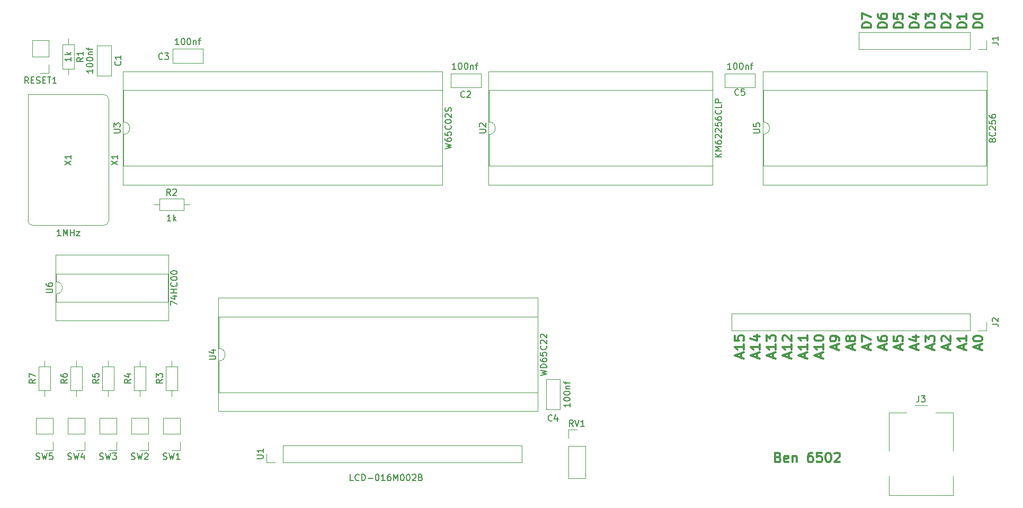
<source format=gbr>
%TF.GenerationSoftware,KiCad,Pcbnew,(5.1.8-0-10_14)*%
%TF.CreationDate,2020-12-19T18:42:48-08:00*%
%TF.ProjectId,Ben6502,42656e36-3530-4322-9e6b-696361645f70,rev?*%
%TF.SameCoordinates,Original*%
%TF.FileFunction,Legend,Top*%
%TF.FilePolarity,Positive*%
%FSLAX46Y46*%
G04 Gerber Fmt 4.6, Leading zero omitted, Abs format (unit mm)*
G04 Created by KiCad (PCBNEW (5.1.8-0-10_14)) date 2020-12-19 18:42:48*
%MOMM*%
%LPD*%
G01*
G04 APERTURE LIST*
%ADD10C,0.300000*%
%ADD11C,0.120000*%
%ADD12C,0.150000*%
G04 APERTURE END LIST*
D10*
X207447142Y-128162857D02*
X207661428Y-128234285D01*
X207732857Y-128305714D01*
X207804285Y-128448571D01*
X207804285Y-128662857D01*
X207732857Y-128805714D01*
X207661428Y-128877142D01*
X207518571Y-128948571D01*
X206947142Y-128948571D01*
X206947142Y-127448571D01*
X207447142Y-127448571D01*
X207590000Y-127520000D01*
X207661428Y-127591428D01*
X207732857Y-127734285D01*
X207732857Y-127877142D01*
X207661428Y-128020000D01*
X207590000Y-128091428D01*
X207447142Y-128162857D01*
X206947142Y-128162857D01*
X209018571Y-128877142D02*
X208875714Y-128948571D01*
X208590000Y-128948571D01*
X208447142Y-128877142D01*
X208375714Y-128734285D01*
X208375714Y-128162857D01*
X208447142Y-128020000D01*
X208590000Y-127948571D01*
X208875714Y-127948571D01*
X209018571Y-128020000D01*
X209090000Y-128162857D01*
X209090000Y-128305714D01*
X208375714Y-128448571D01*
X209732857Y-127948571D02*
X209732857Y-128948571D01*
X209732857Y-128091428D02*
X209804285Y-128020000D01*
X209947142Y-127948571D01*
X210161428Y-127948571D01*
X210304285Y-128020000D01*
X210375714Y-128162857D01*
X210375714Y-128948571D01*
X212875714Y-127448571D02*
X212590000Y-127448571D01*
X212447142Y-127520000D01*
X212375714Y-127591428D01*
X212232857Y-127805714D01*
X212161428Y-128091428D01*
X212161428Y-128662857D01*
X212232857Y-128805714D01*
X212304285Y-128877142D01*
X212447142Y-128948571D01*
X212732857Y-128948571D01*
X212875714Y-128877142D01*
X212947142Y-128805714D01*
X213018571Y-128662857D01*
X213018571Y-128305714D01*
X212947142Y-128162857D01*
X212875714Y-128091428D01*
X212732857Y-128020000D01*
X212447142Y-128020000D01*
X212304285Y-128091428D01*
X212232857Y-128162857D01*
X212161428Y-128305714D01*
X214375714Y-127448571D02*
X213661428Y-127448571D01*
X213590000Y-128162857D01*
X213661428Y-128091428D01*
X213804285Y-128020000D01*
X214161428Y-128020000D01*
X214304285Y-128091428D01*
X214375714Y-128162857D01*
X214447142Y-128305714D01*
X214447142Y-128662857D01*
X214375714Y-128805714D01*
X214304285Y-128877142D01*
X214161428Y-128948571D01*
X213804285Y-128948571D01*
X213661428Y-128877142D01*
X213590000Y-128805714D01*
X215375714Y-127448571D02*
X215518571Y-127448571D01*
X215661428Y-127520000D01*
X215732857Y-127591428D01*
X215804285Y-127734285D01*
X215875714Y-128020000D01*
X215875714Y-128377142D01*
X215804285Y-128662857D01*
X215732857Y-128805714D01*
X215661428Y-128877142D01*
X215518571Y-128948571D01*
X215375714Y-128948571D01*
X215232857Y-128877142D01*
X215161428Y-128805714D01*
X215090000Y-128662857D01*
X215018571Y-128377142D01*
X215018571Y-128020000D01*
X215090000Y-127734285D01*
X215161428Y-127591428D01*
X215232857Y-127520000D01*
X215375714Y-127448571D01*
X216447142Y-127591428D02*
X216518571Y-127520000D01*
X216661428Y-127448571D01*
X217018571Y-127448571D01*
X217161428Y-127520000D01*
X217232857Y-127591428D01*
X217304285Y-127734285D01*
X217304285Y-127877142D01*
X217232857Y-128091428D01*
X216375714Y-128948571D01*
X217304285Y-128948571D01*
X239645000Y-110926428D02*
X239645000Y-110212142D01*
X240073571Y-111069285D02*
X238573571Y-110569285D01*
X240073571Y-110069285D01*
X238573571Y-109283571D02*
X238573571Y-109140714D01*
X238645000Y-108997857D01*
X238716428Y-108926428D01*
X238859285Y-108855000D01*
X239145000Y-108783571D01*
X239502142Y-108783571D01*
X239787857Y-108855000D01*
X239930714Y-108926428D01*
X240002142Y-108997857D01*
X240073571Y-109140714D01*
X240073571Y-109283571D01*
X240002142Y-109426428D01*
X239930714Y-109497857D01*
X239787857Y-109569285D01*
X239502142Y-109640714D01*
X239145000Y-109640714D01*
X238859285Y-109569285D01*
X238716428Y-109497857D01*
X238645000Y-109426428D01*
X238573571Y-109283571D01*
X237105000Y-110926428D02*
X237105000Y-110212142D01*
X237533571Y-111069285D02*
X236033571Y-110569285D01*
X237533571Y-110069285D01*
X237533571Y-108783571D02*
X237533571Y-109640714D01*
X237533571Y-109212142D02*
X236033571Y-109212142D01*
X236247857Y-109355000D01*
X236390714Y-109497857D01*
X236462142Y-109640714D01*
X234565000Y-110926428D02*
X234565000Y-110212142D01*
X234993571Y-111069285D02*
X233493571Y-110569285D01*
X234993571Y-110069285D01*
X233636428Y-109640714D02*
X233565000Y-109569285D01*
X233493571Y-109426428D01*
X233493571Y-109069285D01*
X233565000Y-108926428D01*
X233636428Y-108855000D01*
X233779285Y-108783571D01*
X233922142Y-108783571D01*
X234136428Y-108855000D01*
X234993571Y-109712142D01*
X234993571Y-108783571D01*
X232025000Y-110926428D02*
X232025000Y-110212142D01*
X232453571Y-111069285D02*
X230953571Y-110569285D01*
X232453571Y-110069285D01*
X230953571Y-109712142D02*
X230953571Y-108783571D01*
X231525000Y-109283571D01*
X231525000Y-109069285D01*
X231596428Y-108926428D01*
X231667857Y-108855000D01*
X231810714Y-108783571D01*
X232167857Y-108783571D01*
X232310714Y-108855000D01*
X232382142Y-108926428D01*
X232453571Y-109069285D01*
X232453571Y-109497857D01*
X232382142Y-109640714D01*
X232310714Y-109712142D01*
X229485000Y-110926428D02*
X229485000Y-110212142D01*
X229913571Y-111069285D02*
X228413571Y-110569285D01*
X229913571Y-110069285D01*
X228913571Y-108926428D02*
X229913571Y-108926428D01*
X228342142Y-109283571D02*
X229413571Y-109640714D01*
X229413571Y-108712142D01*
X226945000Y-110926428D02*
X226945000Y-110212142D01*
X227373571Y-111069285D02*
X225873571Y-110569285D01*
X227373571Y-110069285D01*
X225873571Y-108855000D02*
X225873571Y-109569285D01*
X226587857Y-109640714D01*
X226516428Y-109569285D01*
X226445000Y-109426428D01*
X226445000Y-109069285D01*
X226516428Y-108926428D01*
X226587857Y-108855000D01*
X226730714Y-108783571D01*
X227087857Y-108783571D01*
X227230714Y-108855000D01*
X227302142Y-108926428D01*
X227373571Y-109069285D01*
X227373571Y-109426428D01*
X227302142Y-109569285D01*
X227230714Y-109640714D01*
X224405000Y-110926428D02*
X224405000Y-110212142D01*
X224833571Y-111069285D02*
X223333571Y-110569285D01*
X224833571Y-110069285D01*
X223333571Y-108926428D02*
X223333571Y-109212142D01*
X223405000Y-109355000D01*
X223476428Y-109426428D01*
X223690714Y-109569285D01*
X223976428Y-109640714D01*
X224547857Y-109640714D01*
X224690714Y-109569285D01*
X224762142Y-109497857D01*
X224833571Y-109355000D01*
X224833571Y-109069285D01*
X224762142Y-108926428D01*
X224690714Y-108855000D01*
X224547857Y-108783571D01*
X224190714Y-108783571D01*
X224047857Y-108855000D01*
X223976428Y-108926428D01*
X223905000Y-109069285D01*
X223905000Y-109355000D01*
X223976428Y-109497857D01*
X224047857Y-109569285D01*
X224190714Y-109640714D01*
X221865000Y-110926428D02*
X221865000Y-110212142D01*
X222293571Y-111069285D02*
X220793571Y-110569285D01*
X222293571Y-110069285D01*
X220793571Y-109712142D02*
X220793571Y-108712142D01*
X222293571Y-109355000D01*
X219325000Y-110926428D02*
X219325000Y-110212142D01*
X219753571Y-111069285D02*
X218253571Y-110569285D01*
X219753571Y-110069285D01*
X218896428Y-109355000D02*
X218825000Y-109497857D01*
X218753571Y-109569285D01*
X218610714Y-109640714D01*
X218539285Y-109640714D01*
X218396428Y-109569285D01*
X218325000Y-109497857D01*
X218253571Y-109355000D01*
X218253571Y-109069285D01*
X218325000Y-108926428D01*
X218396428Y-108855000D01*
X218539285Y-108783571D01*
X218610714Y-108783571D01*
X218753571Y-108855000D01*
X218825000Y-108926428D01*
X218896428Y-109069285D01*
X218896428Y-109355000D01*
X218967857Y-109497857D01*
X219039285Y-109569285D01*
X219182142Y-109640714D01*
X219467857Y-109640714D01*
X219610714Y-109569285D01*
X219682142Y-109497857D01*
X219753571Y-109355000D01*
X219753571Y-109069285D01*
X219682142Y-108926428D01*
X219610714Y-108855000D01*
X219467857Y-108783571D01*
X219182142Y-108783571D01*
X219039285Y-108855000D01*
X218967857Y-108926428D01*
X218896428Y-109069285D01*
X216785000Y-110926428D02*
X216785000Y-110212142D01*
X217213571Y-111069285D02*
X215713571Y-110569285D01*
X217213571Y-110069285D01*
X217213571Y-109497857D02*
X217213571Y-109212142D01*
X217142142Y-109069285D01*
X217070714Y-108997857D01*
X216856428Y-108855000D01*
X216570714Y-108783571D01*
X215999285Y-108783571D01*
X215856428Y-108855000D01*
X215785000Y-108926428D01*
X215713571Y-109069285D01*
X215713571Y-109355000D01*
X215785000Y-109497857D01*
X215856428Y-109569285D01*
X215999285Y-109640714D01*
X216356428Y-109640714D01*
X216499285Y-109569285D01*
X216570714Y-109497857D01*
X216642142Y-109355000D01*
X216642142Y-109069285D01*
X216570714Y-108926428D01*
X216499285Y-108855000D01*
X216356428Y-108783571D01*
X214245000Y-112275714D02*
X214245000Y-111561428D01*
X214673571Y-112418571D02*
X213173571Y-111918571D01*
X214673571Y-111418571D01*
X214673571Y-110132857D02*
X214673571Y-110990000D01*
X214673571Y-110561428D02*
X213173571Y-110561428D01*
X213387857Y-110704285D01*
X213530714Y-110847142D01*
X213602142Y-110990000D01*
X213173571Y-109204285D02*
X213173571Y-109061428D01*
X213245000Y-108918571D01*
X213316428Y-108847142D01*
X213459285Y-108775714D01*
X213745000Y-108704285D01*
X214102142Y-108704285D01*
X214387857Y-108775714D01*
X214530714Y-108847142D01*
X214602142Y-108918571D01*
X214673571Y-109061428D01*
X214673571Y-109204285D01*
X214602142Y-109347142D01*
X214530714Y-109418571D01*
X214387857Y-109490000D01*
X214102142Y-109561428D01*
X213745000Y-109561428D01*
X213459285Y-109490000D01*
X213316428Y-109418571D01*
X213245000Y-109347142D01*
X213173571Y-109204285D01*
X211705000Y-112275714D02*
X211705000Y-111561428D01*
X212133571Y-112418571D02*
X210633571Y-111918571D01*
X212133571Y-111418571D01*
X212133571Y-110132857D02*
X212133571Y-110990000D01*
X212133571Y-110561428D02*
X210633571Y-110561428D01*
X210847857Y-110704285D01*
X210990714Y-110847142D01*
X211062142Y-110990000D01*
X212133571Y-108704285D02*
X212133571Y-109561428D01*
X212133571Y-109132857D02*
X210633571Y-109132857D01*
X210847857Y-109275714D01*
X210990714Y-109418571D01*
X211062142Y-109561428D01*
X209165000Y-112275714D02*
X209165000Y-111561428D01*
X209593571Y-112418571D02*
X208093571Y-111918571D01*
X209593571Y-111418571D01*
X209593571Y-110132857D02*
X209593571Y-110990000D01*
X209593571Y-110561428D02*
X208093571Y-110561428D01*
X208307857Y-110704285D01*
X208450714Y-110847142D01*
X208522142Y-110990000D01*
X208236428Y-109561428D02*
X208165000Y-109490000D01*
X208093571Y-109347142D01*
X208093571Y-108990000D01*
X208165000Y-108847142D01*
X208236428Y-108775714D01*
X208379285Y-108704285D01*
X208522142Y-108704285D01*
X208736428Y-108775714D01*
X209593571Y-109632857D01*
X209593571Y-108704285D01*
X206625000Y-112275714D02*
X206625000Y-111561428D01*
X207053571Y-112418571D02*
X205553571Y-111918571D01*
X207053571Y-111418571D01*
X207053571Y-110132857D02*
X207053571Y-110990000D01*
X207053571Y-110561428D02*
X205553571Y-110561428D01*
X205767857Y-110704285D01*
X205910714Y-110847142D01*
X205982142Y-110990000D01*
X205553571Y-109632857D02*
X205553571Y-108704285D01*
X206125000Y-109204285D01*
X206125000Y-108990000D01*
X206196428Y-108847142D01*
X206267857Y-108775714D01*
X206410714Y-108704285D01*
X206767857Y-108704285D01*
X206910714Y-108775714D01*
X206982142Y-108847142D01*
X207053571Y-108990000D01*
X207053571Y-109418571D01*
X206982142Y-109561428D01*
X206910714Y-109632857D01*
X204085000Y-112275714D02*
X204085000Y-111561428D01*
X204513571Y-112418571D02*
X203013571Y-111918571D01*
X204513571Y-111418571D01*
X204513571Y-110132857D02*
X204513571Y-110990000D01*
X204513571Y-110561428D02*
X203013571Y-110561428D01*
X203227857Y-110704285D01*
X203370714Y-110847142D01*
X203442142Y-110990000D01*
X203513571Y-108847142D02*
X204513571Y-108847142D01*
X202942142Y-109204285D02*
X204013571Y-109561428D01*
X204013571Y-108632857D01*
X201545000Y-112275714D02*
X201545000Y-111561428D01*
X201973571Y-112418571D02*
X200473571Y-111918571D01*
X201973571Y-111418571D01*
X201973571Y-110132857D02*
X201973571Y-110990000D01*
X201973571Y-110561428D02*
X200473571Y-110561428D01*
X200687857Y-110704285D01*
X200830714Y-110847142D01*
X200902142Y-110990000D01*
X200473571Y-108775714D02*
X200473571Y-109490000D01*
X201187857Y-109561428D01*
X201116428Y-109490000D01*
X201045000Y-109347142D01*
X201045000Y-108990000D01*
X201116428Y-108847142D01*
X201187857Y-108775714D01*
X201330714Y-108704285D01*
X201687857Y-108704285D01*
X201830714Y-108775714D01*
X201902142Y-108847142D01*
X201973571Y-108990000D01*
X201973571Y-109347142D01*
X201902142Y-109490000D01*
X201830714Y-109561428D01*
X240073571Y-59527142D02*
X238573571Y-59527142D01*
X238573571Y-59170000D01*
X238645000Y-58955714D01*
X238787857Y-58812857D01*
X238930714Y-58741428D01*
X239216428Y-58670000D01*
X239430714Y-58670000D01*
X239716428Y-58741428D01*
X239859285Y-58812857D01*
X240002142Y-58955714D01*
X240073571Y-59170000D01*
X240073571Y-59527142D01*
X238573571Y-57741428D02*
X238573571Y-57598571D01*
X238645000Y-57455714D01*
X238716428Y-57384285D01*
X238859285Y-57312857D01*
X239145000Y-57241428D01*
X239502142Y-57241428D01*
X239787857Y-57312857D01*
X239930714Y-57384285D01*
X240002142Y-57455714D01*
X240073571Y-57598571D01*
X240073571Y-57741428D01*
X240002142Y-57884285D01*
X239930714Y-57955714D01*
X239787857Y-58027142D01*
X239502142Y-58098571D01*
X239145000Y-58098571D01*
X238859285Y-58027142D01*
X238716428Y-57955714D01*
X238645000Y-57884285D01*
X238573571Y-57741428D01*
X237533571Y-59527142D02*
X236033571Y-59527142D01*
X236033571Y-59170000D01*
X236105000Y-58955714D01*
X236247857Y-58812857D01*
X236390714Y-58741428D01*
X236676428Y-58670000D01*
X236890714Y-58670000D01*
X237176428Y-58741428D01*
X237319285Y-58812857D01*
X237462142Y-58955714D01*
X237533571Y-59170000D01*
X237533571Y-59527142D01*
X237533571Y-57241428D02*
X237533571Y-58098571D01*
X237533571Y-57670000D02*
X236033571Y-57670000D01*
X236247857Y-57812857D01*
X236390714Y-57955714D01*
X236462142Y-58098571D01*
X234993571Y-59527142D02*
X233493571Y-59527142D01*
X233493571Y-59170000D01*
X233565000Y-58955714D01*
X233707857Y-58812857D01*
X233850714Y-58741428D01*
X234136428Y-58670000D01*
X234350714Y-58670000D01*
X234636428Y-58741428D01*
X234779285Y-58812857D01*
X234922142Y-58955714D01*
X234993571Y-59170000D01*
X234993571Y-59527142D01*
X233636428Y-58098571D02*
X233565000Y-58027142D01*
X233493571Y-57884285D01*
X233493571Y-57527142D01*
X233565000Y-57384285D01*
X233636428Y-57312857D01*
X233779285Y-57241428D01*
X233922142Y-57241428D01*
X234136428Y-57312857D01*
X234993571Y-58170000D01*
X234993571Y-57241428D01*
X232453571Y-59527142D02*
X230953571Y-59527142D01*
X230953571Y-59170000D01*
X231025000Y-58955714D01*
X231167857Y-58812857D01*
X231310714Y-58741428D01*
X231596428Y-58670000D01*
X231810714Y-58670000D01*
X232096428Y-58741428D01*
X232239285Y-58812857D01*
X232382142Y-58955714D01*
X232453571Y-59170000D01*
X232453571Y-59527142D01*
X230953571Y-58170000D02*
X230953571Y-57241428D01*
X231525000Y-57741428D01*
X231525000Y-57527142D01*
X231596428Y-57384285D01*
X231667857Y-57312857D01*
X231810714Y-57241428D01*
X232167857Y-57241428D01*
X232310714Y-57312857D01*
X232382142Y-57384285D01*
X232453571Y-57527142D01*
X232453571Y-57955714D01*
X232382142Y-58098571D01*
X232310714Y-58170000D01*
X229913571Y-59527142D02*
X228413571Y-59527142D01*
X228413571Y-59170000D01*
X228485000Y-58955714D01*
X228627857Y-58812857D01*
X228770714Y-58741428D01*
X229056428Y-58670000D01*
X229270714Y-58670000D01*
X229556428Y-58741428D01*
X229699285Y-58812857D01*
X229842142Y-58955714D01*
X229913571Y-59170000D01*
X229913571Y-59527142D01*
X228913571Y-57384285D02*
X229913571Y-57384285D01*
X228342142Y-57741428D02*
X229413571Y-58098571D01*
X229413571Y-57170000D01*
X227373571Y-59527142D02*
X225873571Y-59527142D01*
X225873571Y-59170000D01*
X225945000Y-58955714D01*
X226087857Y-58812857D01*
X226230714Y-58741428D01*
X226516428Y-58670000D01*
X226730714Y-58670000D01*
X227016428Y-58741428D01*
X227159285Y-58812857D01*
X227302142Y-58955714D01*
X227373571Y-59170000D01*
X227373571Y-59527142D01*
X225873571Y-57312857D02*
X225873571Y-58027142D01*
X226587857Y-58098571D01*
X226516428Y-58027142D01*
X226445000Y-57884285D01*
X226445000Y-57527142D01*
X226516428Y-57384285D01*
X226587857Y-57312857D01*
X226730714Y-57241428D01*
X227087857Y-57241428D01*
X227230714Y-57312857D01*
X227302142Y-57384285D01*
X227373571Y-57527142D01*
X227373571Y-57884285D01*
X227302142Y-58027142D01*
X227230714Y-58098571D01*
X224833571Y-59527142D02*
X223333571Y-59527142D01*
X223333571Y-59170000D01*
X223405000Y-58955714D01*
X223547857Y-58812857D01*
X223690714Y-58741428D01*
X223976428Y-58670000D01*
X224190714Y-58670000D01*
X224476428Y-58741428D01*
X224619285Y-58812857D01*
X224762142Y-58955714D01*
X224833571Y-59170000D01*
X224833571Y-59527142D01*
X223333571Y-57384285D02*
X223333571Y-57670000D01*
X223405000Y-57812857D01*
X223476428Y-57884285D01*
X223690714Y-58027142D01*
X223976428Y-58098571D01*
X224547857Y-58098571D01*
X224690714Y-58027142D01*
X224762142Y-57955714D01*
X224833571Y-57812857D01*
X224833571Y-57527142D01*
X224762142Y-57384285D01*
X224690714Y-57312857D01*
X224547857Y-57241428D01*
X224190714Y-57241428D01*
X224047857Y-57312857D01*
X223976428Y-57384285D01*
X223905000Y-57527142D01*
X223905000Y-57812857D01*
X223976428Y-57955714D01*
X224047857Y-58027142D01*
X224190714Y-58098571D01*
X222293571Y-59527142D02*
X220793571Y-59527142D01*
X220793571Y-59170000D01*
X220865000Y-58955714D01*
X221007857Y-58812857D01*
X221150714Y-58741428D01*
X221436428Y-58670000D01*
X221650714Y-58670000D01*
X221936428Y-58741428D01*
X222079285Y-58812857D01*
X222222142Y-58955714D01*
X222293571Y-59170000D01*
X222293571Y-59527142D01*
X220793571Y-58170000D02*
X220793571Y-57170000D01*
X222293571Y-57812857D01*
D11*
%TO.C,J3*%
X225141000Y-127124000D02*
X225141000Y-121064000D01*
X225141000Y-121064000D02*
X227951000Y-121064000D01*
X232551000Y-121064000D02*
X235361000Y-121064000D01*
X235361000Y-121064000D02*
X235361000Y-127124000D01*
X235361000Y-131224000D02*
X235361000Y-134284000D01*
X235361000Y-134284000D02*
X225141000Y-134284000D01*
X225141000Y-134284000D02*
X225141000Y-131224000D01*
X229251000Y-119874000D02*
X231251000Y-119874000D01*
%TO.C,J2*%
X238125000Y-105223000D02*
X238125000Y-107883000D01*
X238125000Y-105223000D02*
X199965000Y-105223000D01*
X199965000Y-105223000D02*
X199965000Y-107883000D01*
X238125000Y-107883000D02*
X199965000Y-107883000D01*
X240725000Y-107883000D02*
X239395000Y-107883000D01*
X240725000Y-106553000D02*
X240725000Y-107883000D01*
%TO.C,J1*%
X238125000Y-60265000D02*
X238125000Y-62925000D01*
X238125000Y-60265000D02*
X220285000Y-60265000D01*
X220285000Y-60265000D02*
X220285000Y-62925000D01*
X238125000Y-62925000D02*
X220285000Y-62925000D01*
X240725000Y-62925000D02*
X239395000Y-62925000D01*
X240725000Y-61595000D02*
X240725000Y-62925000D01*
%TO.C,U5*%
X204985000Y-66505000D02*
X204985000Y-84625000D01*
X240785000Y-66505000D02*
X204985000Y-66505000D01*
X240785000Y-84625000D02*
X240785000Y-66505000D01*
X204985000Y-84625000D02*
X240785000Y-84625000D01*
X205045000Y-69505000D02*
X205045000Y-74565000D01*
X240725000Y-69505000D02*
X205045000Y-69505000D01*
X240725000Y-81625000D02*
X240725000Y-69505000D01*
X205045000Y-81625000D02*
X240725000Y-81625000D01*
X205045000Y-76565000D02*
X205045000Y-81625000D01*
X205045000Y-74565000D02*
G75*
G02*
X205045000Y-76565000I0J-1000000D01*
G01*
%TO.C,U2*%
X161170000Y-66505000D02*
X161170000Y-84625000D01*
X196970000Y-66505000D02*
X161170000Y-66505000D01*
X196970000Y-84625000D02*
X196970000Y-66505000D01*
X161170000Y-84625000D02*
X196970000Y-84625000D01*
X161230000Y-69505000D02*
X161230000Y-74565000D01*
X196910000Y-69505000D02*
X161230000Y-69505000D01*
X196910000Y-81625000D02*
X196910000Y-69505000D01*
X161230000Y-81625000D02*
X196910000Y-81625000D01*
X161230000Y-76565000D02*
X161230000Y-81625000D01*
X161230000Y-74565000D02*
G75*
G02*
X161230000Y-76565000I0J-1000000D01*
G01*
%TO.C,X1*%
X99680000Y-70195000D02*
X87530000Y-70195000D01*
X100430000Y-90345000D02*
X100430000Y-70945000D01*
X88280000Y-91095000D02*
X99680000Y-91095000D01*
X87530000Y-70195000D02*
X87530000Y-90345000D01*
X100430000Y-70945000D02*
G75*
G03*
X99680000Y-70195000I-750000J0D01*
G01*
X99680000Y-91095000D02*
G75*
G03*
X100430000Y-90345000I0J750000D01*
G01*
X87530000Y-90345000D02*
G75*
G03*
X88280000Y-91095000I750000J0D01*
G01*
%TO.C,U6*%
X92015000Y-102092000D02*
X92015000Y-103342000D01*
X92015000Y-103342000D02*
X109915000Y-103342000D01*
X109915000Y-103342000D02*
X109915000Y-98842000D01*
X109915000Y-98842000D02*
X92015000Y-98842000D01*
X92015000Y-98842000D02*
X92015000Y-100092000D01*
X91955000Y-106342000D02*
X109975000Y-106342000D01*
X109975000Y-106342000D02*
X109975000Y-95842000D01*
X109975000Y-95842000D02*
X91955000Y-95842000D01*
X91955000Y-95842000D02*
X91955000Y-106342000D01*
X92015000Y-100092000D02*
G75*
G02*
X92015000Y-102092000I0J-1000000D01*
G01*
%TO.C,U4*%
X118050000Y-112760000D02*
X118050000Y-117820000D01*
X118050000Y-117820000D02*
X168970000Y-117820000D01*
X168970000Y-117820000D02*
X168970000Y-105700000D01*
X168970000Y-105700000D02*
X118050000Y-105700000D01*
X118050000Y-105700000D02*
X118050000Y-110760000D01*
X117990000Y-120820000D02*
X169030000Y-120820000D01*
X169030000Y-120820000D02*
X169030000Y-102700000D01*
X169030000Y-102700000D02*
X117990000Y-102700000D01*
X117990000Y-102700000D02*
X117990000Y-120820000D01*
X118050000Y-110760000D02*
G75*
G02*
X118050000Y-112760000I0J-1000000D01*
G01*
%TO.C,U3*%
X102810000Y-76565000D02*
X102810000Y-81625000D01*
X102810000Y-81625000D02*
X153730000Y-81625000D01*
X153730000Y-81625000D02*
X153730000Y-69505000D01*
X153730000Y-69505000D02*
X102810000Y-69505000D01*
X102810000Y-69505000D02*
X102810000Y-74565000D01*
X102750000Y-84625000D02*
X153790000Y-84625000D01*
X153790000Y-84625000D02*
X153790000Y-66505000D01*
X153790000Y-66505000D02*
X102750000Y-66505000D01*
X102750000Y-66505000D02*
X102750000Y-84625000D01*
X102810000Y-74565000D02*
G75*
G02*
X102810000Y-76565000I0J-1000000D01*
G01*
%TO.C,U1*%
X166430000Y-128965000D02*
X166430000Y-126305000D01*
X128270000Y-128965000D02*
X166430000Y-128965000D01*
X128270000Y-126305000D02*
X166430000Y-126305000D01*
X128270000Y-128965000D02*
X128270000Y-126305000D01*
X127000000Y-128965000D02*
X125670000Y-128965000D01*
X125670000Y-128965000D02*
X125670000Y-127635000D01*
%TO.C,SW5*%
X91500000Y-121860000D02*
X88840000Y-121860000D01*
X91500000Y-124460000D02*
X91500000Y-121860000D01*
X88840000Y-124460000D02*
X88840000Y-121860000D01*
X91500000Y-124460000D02*
X88840000Y-124460000D01*
X91500000Y-125730000D02*
X91500000Y-127060000D01*
X91500000Y-127060000D02*
X90170000Y-127060000D01*
%TO.C,SW4*%
X96580000Y-121860000D02*
X93920000Y-121860000D01*
X96580000Y-124460000D02*
X96580000Y-121860000D01*
X93920000Y-124460000D02*
X93920000Y-121860000D01*
X96580000Y-124460000D02*
X93920000Y-124460000D01*
X96580000Y-125730000D02*
X96580000Y-127060000D01*
X96580000Y-127060000D02*
X95250000Y-127060000D01*
%TO.C,SW3*%
X101660000Y-121860000D02*
X99000000Y-121860000D01*
X101660000Y-124460000D02*
X101660000Y-121860000D01*
X99000000Y-124460000D02*
X99000000Y-121860000D01*
X101660000Y-124460000D02*
X99000000Y-124460000D01*
X101660000Y-125730000D02*
X101660000Y-127060000D01*
X101660000Y-127060000D02*
X100330000Y-127060000D01*
%TO.C,SW2*%
X106740000Y-121860000D02*
X104080000Y-121860000D01*
X106740000Y-124460000D02*
X106740000Y-121860000D01*
X104080000Y-124460000D02*
X104080000Y-121860000D01*
X106740000Y-124460000D02*
X104080000Y-124460000D01*
X106740000Y-125730000D02*
X106740000Y-127060000D01*
X106740000Y-127060000D02*
X105410000Y-127060000D01*
%TO.C,SW1*%
X111820000Y-121860000D02*
X109160000Y-121860000D01*
X111820000Y-124460000D02*
X111820000Y-121860000D01*
X109160000Y-124460000D02*
X109160000Y-121860000D01*
X111820000Y-124460000D02*
X109160000Y-124460000D01*
X111820000Y-125730000D02*
X111820000Y-127060000D01*
X111820000Y-127060000D02*
X110490000Y-127060000D01*
%TO.C,RV1*%
X173930000Y-131505000D02*
X176590000Y-131505000D01*
X173930000Y-126365000D02*
X173930000Y-131505000D01*
X176590000Y-126365000D02*
X176590000Y-131505000D01*
X173930000Y-126365000D02*
X176590000Y-126365000D01*
X173930000Y-125095000D02*
X173930000Y-123765000D01*
X173930000Y-123765000D02*
X175260000Y-123765000D01*
%TO.C,RESET1*%
X90865000Y-61535000D02*
X88205000Y-61535000D01*
X90865000Y-64135000D02*
X90865000Y-61535000D01*
X88205000Y-64135000D02*
X88205000Y-61535000D01*
X90865000Y-64135000D02*
X88205000Y-64135000D01*
X90865000Y-65405000D02*
X90865000Y-66735000D01*
X90865000Y-66735000D02*
X89535000Y-66735000D01*
%TO.C,R7*%
X89250000Y-117490000D02*
X91090000Y-117490000D01*
X91090000Y-117490000D02*
X91090000Y-113650000D01*
X91090000Y-113650000D02*
X89250000Y-113650000D01*
X89250000Y-113650000D02*
X89250000Y-117490000D01*
X90170000Y-118440000D02*
X90170000Y-117490000D01*
X90170000Y-112700000D02*
X90170000Y-113650000D01*
%TO.C,R6*%
X94330000Y-117490000D02*
X96170000Y-117490000D01*
X96170000Y-117490000D02*
X96170000Y-113650000D01*
X96170000Y-113650000D02*
X94330000Y-113650000D01*
X94330000Y-113650000D02*
X94330000Y-117490000D01*
X95250000Y-118440000D02*
X95250000Y-117490000D01*
X95250000Y-112700000D02*
X95250000Y-113650000D01*
%TO.C,R5*%
X99410000Y-117490000D02*
X101250000Y-117490000D01*
X101250000Y-117490000D02*
X101250000Y-113650000D01*
X101250000Y-113650000D02*
X99410000Y-113650000D01*
X99410000Y-113650000D02*
X99410000Y-117490000D01*
X100330000Y-118440000D02*
X100330000Y-117490000D01*
X100330000Y-112700000D02*
X100330000Y-113650000D01*
%TO.C,R4*%
X104490000Y-117490000D02*
X106330000Y-117490000D01*
X106330000Y-117490000D02*
X106330000Y-113650000D01*
X106330000Y-113650000D02*
X104490000Y-113650000D01*
X104490000Y-113650000D02*
X104490000Y-117490000D01*
X105410000Y-118440000D02*
X105410000Y-117490000D01*
X105410000Y-112700000D02*
X105410000Y-113650000D01*
%TO.C,R3*%
X109570000Y-117490000D02*
X111410000Y-117490000D01*
X111410000Y-117490000D02*
X111410000Y-113650000D01*
X111410000Y-113650000D02*
X109570000Y-113650000D01*
X109570000Y-113650000D02*
X109570000Y-117490000D01*
X110490000Y-118440000D02*
X110490000Y-117490000D01*
X110490000Y-112700000D02*
X110490000Y-113650000D01*
%TO.C,R2*%
X108570000Y-86837000D02*
X108570000Y-88677000D01*
X108570000Y-88677000D02*
X112410000Y-88677000D01*
X112410000Y-88677000D02*
X112410000Y-86837000D01*
X112410000Y-86837000D02*
X108570000Y-86837000D01*
X107620000Y-87757000D02*
X108570000Y-87757000D01*
X113360000Y-87757000D02*
X112410000Y-87757000D01*
%TO.C,R1*%
X94900000Y-62215000D02*
X93060000Y-62215000D01*
X93060000Y-62215000D02*
X93060000Y-66055000D01*
X93060000Y-66055000D02*
X94900000Y-66055000D01*
X94900000Y-66055000D02*
X94900000Y-62215000D01*
X93980000Y-61265000D02*
X93980000Y-62215000D01*
X93980000Y-67005000D02*
X93980000Y-66055000D01*
%TO.C,C5*%
X203735000Y-69065000D02*
X198895000Y-69065000D01*
X203735000Y-66825000D02*
X198895000Y-66825000D01*
X203735000Y-69065000D02*
X203735000Y-66825000D01*
X198895000Y-69065000D02*
X198895000Y-66825000D01*
%TO.C,C4*%
X170330000Y-120550000D02*
X170330000Y-115710000D01*
X172570000Y-120550000D02*
X172570000Y-115710000D01*
X170330000Y-120550000D02*
X172570000Y-120550000D01*
X170330000Y-115710000D02*
X172570000Y-115710000D01*
%TO.C,C3*%
X115470000Y-65128000D02*
X110630000Y-65128000D01*
X115470000Y-62888000D02*
X110630000Y-62888000D01*
X115470000Y-65128000D02*
X115470000Y-62888000D01*
X110630000Y-65128000D02*
X110630000Y-62888000D01*
%TO.C,C2*%
X159920000Y-69065000D02*
X155080000Y-69065000D01*
X159920000Y-66825000D02*
X155080000Y-66825000D01*
X159920000Y-69065000D02*
X159920000Y-66825000D01*
X155080000Y-69065000D02*
X155080000Y-66825000D01*
%TO.C,C1*%
X100815000Y-62330000D02*
X100815000Y-67170000D01*
X98575000Y-62330000D02*
X98575000Y-67170000D01*
X100815000Y-62330000D02*
X98575000Y-62330000D01*
X100815000Y-67170000D02*
X98575000Y-67170000D01*
%TO.C,J3*%
D12*
X229917666Y-118326380D02*
X229917666Y-119040666D01*
X229870047Y-119183523D01*
X229774809Y-119278761D01*
X229631952Y-119326380D01*
X229536714Y-119326380D01*
X230298619Y-118326380D02*
X230917666Y-118326380D01*
X230584333Y-118707333D01*
X230727190Y-118707333D01*
X230822428Y-118754952D01*
X230870047Y-118802571D01*
X230917666Y-118897809D01*
X230917666Y-119135904D01*
X230870047Y-119231142D01*
X230822428Y-119278761D01*
X230727190Y-119326380D01*
X230441476Y-119326380D01*
X230346238Y-119278761D01*
X230298619Y-119231142D01*
%TO.C,J2*%
X241617380Y-106886333D02*
X242331666Y-106886333D01*
X242474523Y-106933952D01*
X242569761Y-107029190D01*
X242617380Y-107172047D01*
X242617380Y-107267285D01*
X241712619Y-106457761D02*
X241665000Y-106410142D01*
X241617380Y-106314904D01*
X241617380Y-106076809D01*
X241665000Y-105981571D01*
X241712619Y-105933952D01*
X241807857Y-105886333D01*
X241903095Y-105886333D01*
X242045952Y-105933952D01*
X242617380Y-106505380D01*
X242617380Y-105886333D01*
%TO.C,J1*%
X241617380Y-61928333D02*
X242331666Y-61928333D01*
X242474523Y-61975952D01*
X242569761Y-62071190D01*
X242617380Y-62214047D01*
X242617380Y-62309285D01*
X242617380Y-60928333D02*
X242617380Y-61499761D01*
X242617380Y-61214047D02*
X241617380Y-61214047D01*
X241760238Y-61309285D01*
X241855476Y-61404523D01*
X241903095Y-61499761D01*
%TO.C,U5*%
X203497380Y-76326904D02*
X204306904Y-76326904D01*
X204402142Y-76279285D01*
X204449761Y-76231666D01*
X204497380Y-76136428D01*
X204497380Y-75945952D01*
X204449761Y-75850714D01*
X204402142Y-75803095D01*
X204306904Y-75755476D01*
X203497380Y-75755476D01*
X203497380Y-74803095D02*
X203497380Y-75279285D01*
X203973571Y-75326904D01*
X203925952Y-75279285D01*
X203878333Y-75184047D01*
X203878333Y-74945952D01*
X203925952Y-74850714D01*
X203973571Y-74803095D01*
X204068809Y-74755476D01*
X204306904Y-74755476D01*
X204402142Y-74803095D01*
X204449761Y-74850714D01*
X204497380Y-74945952D01*
X204497380Y-75184047D01*
X204449761Y-75279285D01*
X204402142Y-75326904D01*
X241605952Y-77588809D02*
X241558333Y-77684047D01*
X241510714Y-77731666D01*
X241415476Y-77779285D01*
X241367857Y-77779285D01*
X241272619Y-77731666D01*
X241225000Y-77684047D01*
X241177380Y-77588809D01*
X241177380Y-77398333D01*
X241225000Y-77303095D01*
X241272619Y-77255476D01*
X241367857Y-77207857D01*
X241415476Y-77207857D01*
X241510714Y-77255476D01*
X241558333Y-77303095D01*
X241605952Y-77398333D01*
X241605952Y-77588809D01*
X241653571Y-77684047D01*
X241701190Y-77731666D01*
X241796428Y-77779285D01*
X241986904Y-77779285D01*
X242082142Y-77731666D01*
X242129761Y-77684047D01*
X242177380Y-77588809D01*
X242177380Y-77398333D01*
X242129761Y-77303095D01*
X242082142Y-77255476D01*
X241986904Y-77207857D01*
X241796428Y-77207857D01*
X241701190Y-77255476D01*
X241653571Y-77303095D01*
X241605952Y-77398333D01*
X242082142Y-76207857D02*
X242129761Y-76255476D01*
X242177380Y-76398333D01*
X242177380Y-76493571D01*
X242129761Y-76636428D01*
X242034523Y-76731666D01*
X241939285Y-76779285D01*
X241748809Y-76826904D01*
X241605952Y-76826904D01*
X241415476Y-76779285D01*
X241320238Y-76731666D01*
X241225000Y-76636428D01*
X241177380Y-76493571D01*
X241177380Y-76398333D01*
X241225000Y-76255476D01*
X241272619Y-76207857D01*
X241272619Y-75826904D02*
X241225000Y-75779285D01*
X241177380Y-75684047D01*
X241177380Y-75445952D01*
X241225000Y-75350714D01*
X241272619Y-75303095D01*
X241367857Y-75255476D01*
X241463095Y-75255476D01*
X241605952Y-75303095D01*
X242177380Y-75874523D01*
X242177380Y-75255476D01*
X241177380Y-74350714D02*
X241177380Y-74826904D01*
X241653571Y-74874523D01*
X241605952Y-74826904D01*
X241558333Y-74731666D01*
X241558333Y-74493571D01*
X241605952Y-74398333D01*
X241653571Y-74350714D01*
X241748809Y-74303095D01*
X241986904Y-74303095D01*
X242082142Y-74350714D01*
X242129761Y-74398333D01*
X242177380Y-74493571D01*
X242177380Y-74731666D01*
X242129761Y-74826904D01*
X242082142Y-74874523D01*
X241177380Y-73445952D02*
X241177380Y-73636428D01*
X241225000Y-73731666D01*
X241272619Y-73779285D01*
X241415476Y-73874523D01*
X241605952Y-73922142D01*
X241986904Y-73922142D01*
X242082142Y-73874523D01*
X242129761Y-73826904D01*
X242177380Y-73731666D01*
X242177380Y-73541190D01*
X242129761Y-73445952D01*
X242082142Y-73398333D01*
X241986904Y-73350714D01*
X241748809Y-73350714D01*
X241653571Y-73398333D01*
X241605952Y-73445952D01*
X241558333Y-73541190D01*
X241558333Y-73731666D01*
X241605952Y-73826904D01*
X241653571Y-73874523D01*
X241748809Y-73922142D01*
%TO.C,U2*%
X159682380Y-76326904D02*
X160491904Y-76326904D01*
X160587142Y-76279285D01*
X160634761Y-76231666D01*
X160682380Y-76136428D01*
X160682380Y-75945952D01*
X160634761Y-75850714D01*
X160587142Y-75803095D01*
X160491904Y-75755476D01*
X159682380Y-75755476D01*
X159777619Y-75326904D02*
X159730000Y-75279285D01*
X159682380Y-75184047D01*
X159682380Y-74945952D01*
X159730000Y-74850714D01*
X159777619Y-74803095D01*
X159872857Y-74755476D01*
X159968095Y-74755476D01*
X160110952Y-74803095D01*
X160682380Y-75374523D01*
X160682380Y-74755476D01*
X198362380Y-80184047D02*
X197362380Y-80184047D01*
X198362380Y-79612619D02*
X197790952Y-80041190D01*
X197362380Y-79612619D02*
X197933809Y-80184047D01*
X198362380Y-79184047D02*
X197362380Y-79184047D01*
X198076666Y-78850714D01*
X197362380Y-78517380D01*
X198362380Y-78517380D01*
X197362380Y-77612619D02*
X197362380Y-77803095D01*
X197410000Y-77898333D01*
X197457619Y-77945952D01*
X197600476Y-78041190D01*
X197790952Y-78088809D01*
X198171904Y-78088809D01*
X198267142Y-78041190D01*
X198314761Y-77993571D01*
X198362380Y-77898333D01*
X198362380Y-77707857D01*
X198314761Y-77612619D01*
X198267142Y-77565000D01*
X198171904Y-77517380D01*
X197933809Y-77517380D01*
X197838571Y-77565000D01*
X197790952Y-77612619D01*
X197743333Y-77707857D01*
X197743333Y-77898333D01*
X197790952Y-77993571D01*
X197838571Y-78041190D01*
X197933809Y-78088809D01*
X197457619Y-77136428D02*
X197410000Y-77088809D01*
X197362380Y-76993571D01*
X197362380Y-76755476D01*
X197410000Y-76660238D01*
X197457619Y-76612619D01*
X197552857Y-76565000D01*
X197648095Y-76565000D01*
X197790952Y-76612619D01*
X198362380Y-77184047D01*
X198362380Y-76565000D01*
X197457619Y-76184047D02*
X197410000Y-76136428D01*
X197362380Y-76041190D01*
X197362380Y-75803095D01*
X197410000Y-75707857D01*
X197457619Y-75660238D01*
X197552857Y-75612619D01*
X197648095Y-75612619D01*
X197790952Y-75660238D01*
X198362380Y-76231666D01*
X198362380Y-75612619D01*
X197362380Y-74707857D02*
X197362380Y-75184047D01*
X197838571Y-75231666D01*
X197790952Y-75184047D01*
X197743333Y-75088809D01*
X197743333Y-74850714D01*
X197790952Y-74755476D01*
X197838571Y-74707857D01*
X197933809Y-74660238D01*
X198171904Y-74660238D01*
X198267142Y-74707857D01*
X198314761Y-74755476D01*
X198362380Y-74850714D01*
X198362380Y-75088809D01*
X198314761Y-75184047D01*
X198267142Y-75231666D01*
X197362380Y-73803095D02*
X197362380Y-73993571D01*
X197410000Y-74088809D01*
X197457619Y-74136428D01*
X197600476Y-74231666D01*
X197790952Y-74279285D01*
X198171904Y-74279285D01*
X198267142Y-74231666D01*
X198314761Y-74184047D01*
X198362380Y-74088809D01*
X198362380Y-73898333D01*
X198314761Y-73803095D01*
X198267142Y-73755476D01*
X198171904Y-73707857D01*
X197933809Y-73707857D01*
X197838571Y-73755476D01*
X197790952Y-73803095D01*
X197743333Y-73898333D01*
X197743333Y-74088809D01*
X197790952Y-74184047D01*
X197838571Y-74231666D01*
X197933809Y-74279285D01*
X198267142Y-72707857D02*
X198314761Y-72755476D01*
X198362380Y-72898333D01*
X198362380Y-72993571D01*
X198314761Y-73136428D01*
X198219523Y-73231666D01*
X198124285Y-73279285D01*
X197933809Y-73326904D01*
X197790952Y-73326904D01*
X197600476Y-73279285D01*
X197505238Y-73231666D01*
X197410000Y-73136428D01*
X197362380Y-72993571D01*
X197362380Y-72898333D01*
X197410000Y-72755476D01*
X197457619Y-72707857D01*
X198362380Y-71803095D02*
X198362380Y-72279285D01*
X197362380Y-72279285D01*
X198362380Y-71469761D02*
X197362380Y-71469761D01*
X197362380Y-71088809D01*
X197410000Y-70993571D01*
X197457619Y-70945952D01*
X197552857Y-70898333D01*
X197695714Y-70898333D01*
X197790952Y-70945952D01*
X197838571Y-70993571D01*
X197886190Y-71088809D01*
X197886190Y-71469761D01*
%TO.C,X1*%
X100882380Y-81454523D02*
X101882380Y-80787857D01*
X100882380Y-80787857D02*
X101882380Y-81454523D01*
X101882380Y-79883095D02*
X101882380Y-80454523D01*
X101882380Y-80168809D02*
X100882380Y-80168809D01*
X101025238Y-80264047D01*
X101120476Y-80359285D01*
X101168095Y-80454523D01*
X92765714Y-92781380D02*
X92194285Y-92781380D01*
X92480000Y-92781380D02*
X92480000Y-91781380D01*
X92384761Y-91924238D01*
X92289523Y-92019476D01*
X92194285Y-92067095D01*
X93194285Y-92781380D02*
X93194285Y-91781380D01*
X93527619Y-92495666D01*
X93860952Y-91781380D01*
X93860952Y-92781380D01*
X94337142Y-92781380D02*
X94337142Y-91781380D01*
X94337142Y-92257571D02*
X94908571Y-92257571D01*
X94908571Y-92781380D02*
X94908571Y-91781380D01*
X95289523Y-92114714D02*
X95813333Y-92114714D01*
X95289523Y-92781380D01*
X95813333Y-92781380D01*
X93432380Y-81454523D02*
X94432380Y-80787857D01*
X93432380Y-80787857D02*
X94432380Y-81454523D01*
X94432380Y-79883095D02*
X94432380Y-80454523D01*
X94432380Y-80168809D02*
X93432380Y-80168809D01*
X93575238Y-80264047D01*
X93670476Y-80359285D01*
X93718095Y-80454523D01*
%TO.C,U6*%
X90467380Y-101853904D02*
X91276904Y-101853904D01*
X91372142Y-101806285D01*
X91419761Y-101758666D01*
X91467380Y-101663428D01*
X91467380Y-101472952D01*
X91419761Y-101377714D01*
X91372142Y-101330095D01*
X91276904Y-101282476D01*
X90467380Y-101282476D01*
X90467380Y-100377714D02*
X90467380Y-100568190D01*
X90515000Y-100663428D01*
X90562619Y-100711047D01*
X90705476Y-100806285D01*
X90895952Y-100853904D01*
X91276904Y-100853904D01*
X91372142Y-100806285D01*
X91419761Y-100758666D01*
X91467380Y-100663428D01*
X91467380Y-100472952D01*
X91419761Y-100377714D01*
X91372142Y-100330095D01*
X91276904Y-100282476D01*
X91038809Y-100282476D01*
X90943571Y-100330095D01*
X90895952Y-100377714D01*
X90848333Y-100472952D01*
X90848333Y-100663428D01*
X90895952Y-100758666D01*
X90943571Y-100806285D01*
X91038809Y-100853904D01*
X110367380Y-103877714D02*
X110367380Y-103211047D01*
X111367380Y-103639619D01*
X110700714Y-102401523D02*
X111367380Y-102401523D01*
X110319761Y-102639619D02*
X111034047Y-102877714D01*
X111034047Y-102258666D01*
X111367380Y-101877714D02*
X110367380Y-101877714D01*
X110843571Y-101877714D02*
X110843571Y-101306285D01*
X111367380Y-101306285D02*
X110367380Y-101306285D01*
X111272142Y-100258666D02*
X111319761Y-100306285D01*
X111367380Y-100449142D01*
X111367380Y-100544380D01*
X111319761Y-100687238D01*
X111224523Y-100782476D01*
X111129285Y-100830095D01*
X110938809Y-100877714D01*
X110795952Y-100877714D01*
X110605476Y-100830095D01*
X110510238Y-100782476D01*
X110415000Y-100687238D01*
X110367380Y-100544380D01*
X110367380Y-100449142D01*
X110415000Y-100306285D01*
X110462619Y-100258666D01*
X110367380Y-99639619D02*
X110367380Y-99544380D01*
X110415000Y-99449142D01*
X110462619Y-99401523D01*
X110557857Y-99353904D01*
X110748333Y-99306285D01*
X110986428Y-99306285D01*
X111176904Y-99353904D01*
X111272142Y-99401523D01*
X111319761Y-99449142D01*
X111367380Y-99544380D01*
X111367380Y-99639619D01*
X111319761Y-99734857D01*
X111272142Y-99782476D01*
X111176904Y-99830095D01*
X110986428Y-99877714D01*
X110748333Y-99877714D01*
X110557857Y-99830095D01*
X110462619Y-99782476D01*
X110415000Y-99734857D01*
X110367380Y-99639619D01*
X110367380Y-98687238D02*
X110367380Y-98592000D01*
X110415000Y-98496761D01*
X110462619Y-98449142D01*
X110557857Y-98401523D01*
X110748333Y-98353904D01*
X110986428Y-98353904D01*
X111176904Y-98401523D01*
X111272142Y-98449142D01*
X111319761Y-98496761D01*
X111367380Y-98592000D01*
X111367380Y-98687238D01*
X111319761Y-98782476D01*
X111272142Y-98830095D01*
X111176904Y-98877714D01*
X110986428Y-98925333D01*
X110748333Y-98925333D01*
X110557857Y-98877714D01*
X110462619Y-98830095D01*
X110415000Y-98782476D01*
X110367380Y-98687238D01*
%TO.C,U4*%
X116502380Y-112521904D02*
X117311904Y-112521904D01*
X117407142Y-112474285D01*
X117454761Y-112426666D01*
X117502380Y-112331428D01*
X117502380Y-112140952D01*
X117454761Y-112045714D01*
X117407142Y-111998095D01*
X117311904Y-111950476D01*
X116502380Y-111950476D01*
X116835714Y-111045714D02*
X117502380Y-111045714D01*
X116454761Y-111283809D02*
X117169047Y-111521904D01*
X117169047Y-110902857D01*
X169422380Y-115093333D02*
X170422380Y-114855238D01*
X169708095Y-114664761D01*
X170422380Y-114474285D01*
X169422380Y-114236190D01*
X170422380Y-113855238D02*
X169422380Y-113855238D01*
X169422380Y-113617142D01*
X169470000Y-113474285D01*
X169565238Y-113379047D01*
X169660476Y-113331428D01*
X169850952Y-113283809D01*
X169993809Y-113283809D01*
X170184285Y-113331428D01*
X170279523Y-113379047D01*
X170374761Y-113474285D01*
X170422380Y-113617142D01*
X170422380Y-113855238D01*
X169422380Y-112426666D02*
X169422380Y-112617142D01*
X169470000Y-112712380D01*
X169517619Y-112760000D01*
X169660476Y-112855238D01*
X169850952Y-112902857D01*
X170231904Y-112902857D01*
X170327142Y-112855238D01*
X170374761Y-112807619D01*
X170422380Y-112712380D01*
X170422380Y-112521904D01*
X170374761Y-112426666D01*
X170327142Y-112379047D01*
X170231904Y-112331428D01*
X169993809Y-112331428D01*
X169898571Y-112379047D01*
X169850952Y-112426666D01*
X169803333Y-112521904D01*
X169803333Y-112712380D01*
X169850952Y-112807619D01*
X169898571Y-112855238D01*
X169993809Y-112902857D01*
X169422380Y-111426666D02*
X169422380Y-111902857D01*
X169898571Y-111950476D01*
X169850952Y-111902857D01*
X169803333Y-111807619D01*
X169803333Y-111569523D01*
X169850952Y-111474285D01*
X169898571Y-111426666D01*
X169993809Y-111379047D01*
X170231904Y-111379047D01*
X170327142Y-111426666D01*
X170374761Y-111474285D01*
X170422380Y-111569523D01*
X170422380Y-111807619D01*
X170374761Y-111902857D01*
X170327142Y-111950476D01*
X170327142Y-110379047D02*
X170374761Y-110426666D01*
X170422380Y-110569523D01*
X170422380Y-110664761D01*
X170374761Y-110807619D01*
X170279523Y-110902857D01*
X170184285Y-110950476D01*
X169993809Y-110998095D01*
X169850952Y-110998095D01*
X169660476Y-110950476D01*
X169565238Y-110902857D01*
X169470000Y-110807619D01*
X169422380Y-110664761D01*
X169422380Y-110569523D01*
X169470000Y-110426666D01*
X169517619Y-110379047D01*
X169517619Y-109998095D02*
X169470000Y-109950476D01*
X169422380Y-109855238D01*
X169422380Y-109617142D01*
X169470000Y-109521904D01*
X169517619Y-109474285D01*
X169612857Y-109426666D01*
X169708095Y-109426666D01*
X169850952Y-109474285D01*
X170422380Y-110045714D01*
X170422380Y-109426666D01*
X169517619Y-109045714D02*
X169470000Y-108998095D01*
X169422380Y-108902857D01*
X169422380Y-108664761D01*
X169470000Y-108569523D01*
X169517619Y-108521904D01*
X169612857Y-108474285D01*
X169708095Y-108474285D01*
X169850952Y-108521904D01*
X170422380Y-109093333D01*
X170422380Y-108474285D01*
%TO.C,U3*%
X101262380Y-76326904D02*
X102071904Y-76326904D01*
X102167142Y-76279285D01*
X102214761Y-76231666D01*
X102262380Y-76136428D01*
X102262380Y-75945952D01*
X102214761Y-75850714D01*
X102167142Y-75803095D01*
X102071904Y-75755476D01*
X101262380Y-75755476D01*
X101262380Y-75374523D02*
X101262380Y-74755476D01*
X101643333Y-75088809D01*
X101643333Y-74945952D01*
X101690952Y-74850714D01*
X101738571Y-74803095D01*
X101833809Y-74755476D01*
X102071904Y-74755476D01*
X102167142Y-74803095D01*
X102214761Y-74850714D01*
X102262380Y-74945952D01*
X102262380Y-75231666D01*
X102214761Y-75326904D01*
X102167142Y-75374523D01*
X154182380Y-78874523D02*
X155182380Y-78636428D01*
X154468095Y-78445952D01*
X155182380Y-78255476D01*
X154182380Y-78017380D01*
X154182380Y-77207857D02*
X154182380Y-77398333D01*
X154230000Y-77493571D01*
X154277619Y-77541190D01*
X154420476Y-77636428D01*
X154610952Y-77684047D01*
X154991904Y-77684047D01*
X155087142Y-77636428D01*
X155134761Y-77588809D01*
X155182380Y-77493571D01*
X155182380Y-77303095D01*
X155134761Y-77207857D01*
X155087142Y-77160238D01*
X154991904Y-77112619D01*
X154753809Y-77112619D01*
X154658571Y-77160238D01*
X154610952Y-77207857D01*
X154563333Y-77303095D01*
X154563333Y-77493571D01*
X154610952Y-77588809D01*
X154658571Y-77636428D01*
X154753809Y-77684047D01*
X154182380Y-76207857D02*
X154182380Y-76684047D01*
X154658571Y-76731666D01*
X154610952Y-76684047D01*
X154563333Y-76588809D01*
X154563333Y-76350714D01*
X154610952Y-76255476D01*
X154658571Y-76207857D01*
X154753809Y-76160238D01*
X154991904Y-76160238D01*
X155087142Y-76207857D01*
X155134761Y-76255476D01*
X155182380Y-76350714D01*
X155182380Y-76588809D01*
X155134761Y-76684047D01*
X155087142Y-76731666D01*
X155087142Y-75160238D02*
X155134761Y-75207857D01*
X155182380Y-75350714D01*
X155182380Y-75445952D01*
X155134761Y-75588809D01*
X155039523Y-75684047D01*
X154944285Y-75731666D01*
X154753809Y-75779285D01*
X154610952Y-75779285D01*
X154420476Y-75731666D01*
X154325238Y-75684047D01*
X154230000Y-75588809D01*
X154182380Y-75445952D01*
X154182380Y-75350714D01*
X154230000Y-75207857D01*
X154277619Y-75160238D01*
X154182380Y-74541190D02*
X154182380Y-74445952D01*
X154230000Y-74350714D01*
X154277619Y-74303095D01*
X154372857Y-74255476D01*
X154563333Y-74207857D01*
X154801428Y-74207857D01*
X154991904Y-74255476D01*
X155087142Y-74303095D01*
X155134761Y-74350714D01*
X155182380Y-74445952D01*
X155182380Y-74541190D01*
X155134761Y-74636428D01*
X155087142Y-74684047D01*
X154991904Y-74731666D01*
X154801428Y-74779285D01*
X154563333Y-74779285D01*
X154372857Y-74731666D01*
X154277619Y-74684047D01*
X154230000Y-74636428D01*
X154182380Y-74541190D01*
X154277619Y-73826904D02*
X154230000Y-73779285D01*
X154182380Y-73684047D01*
X154182380Y-73445952D01*
X154230000Y-73350714D01*
X154277619Y-73303095D01*
X154372857Y-73255476D01*
X154468095Y-73255476D01*
X154610952Y-73303095D01*
X155182380Y-73874523D01*
X155182380Y-73255476D01*
X155134761Y-72874523D02*
X155182380Y-72731666D01*
X155182380Y-72493571D01*
X155134761Y-72398333D01*
X155087142Y-72350714D01*
X154991904Y-72303095D01*
X154896666Y-72303095D01*
X154801428Y-72350714D01*
X154753809Y-72398333D01*
X154706190Y-72493571D01*
X154658571Y-72684047D01*
X154610952Y-72779285D01*
X154563333Y-72826904D01*
X154468095Y-72874523D01*
X154372857Y-72874523D01*
X154277619Y-72826904D01*
X154230000Y-72779285D01*
X154182380Y-72684047D01*
X154182380Y-72445952D01*
X154230000Y-72303095D01*
%TO.C,U1*%
X124122380Y-128396904D02*
X124931904Y-128396904D01*
X125027142Y-128349285D01*
X125074761Y-128301666D01*
X125122380Y-128206428D01*
X125122380Y-128015952D01*
X125074761Y-127920714D01*
X125027142Y-127873095D01*
X124931904Y-127825476D01*
X124122380Y-127825476D01*
X125122380Y-126825476D02*
X125122380Y-127396904D01*
X125122380Y-127111190D02*
X124122380Y-127111190D01*
X124265238Y-127206428D01*
X124360476Y-127301666D01*
X124408095Y-127396904D01*
X139541904Y-131897380D02*
X139065714Y-131897380D01*
X139065714Y-130897380D01*
X140446666Y-131802142D02*
X140399047Y-131849761D01*
X140256190Y-131897380D01*
X140160952Y-131897380D01*
X140018095Y-131849761D01*
X139922857Y-131754523D01*
X139875238Y-131659285D01*
X139827619Y-131468809D01*
X139827619Y-131325952D01*
X139875238Y-131135476D01*
X139922857Y-131040238D01*
X140018095Y-130945000D01*
X140160952Y-130897380D01*
X140256190Y-130897380D01*
X140399047Y-130945000D01*
X140446666Y-130992619D01*
X140875238Y-131897380D02*
X140875238Y-130897380D01*
X141113333Y-130897380D01*
X141256190Y-130945000D01*
X141351428Y-131040238D01*
X141399047Y-131135476D01*
X141446666Y-131325952D01*
X141446666Y-131468809D01*
X141399047Y-131659285D01*
X141351428Y-131754523D01*
X141256190Y-131849761D01*
X141113333Y-131897380D01*
X140875238Y-131897380D01*
X141875238Y-131516428D02*
X142637142Y-131516428D01*
X143303809Y-130897380D02*
X143399047Y-130897380D01*
X143494285Y-130945000D01*
X143541904Y-130992619D01*
X143589523Y-131087857D01*
X143637142Y-131278333D01*
X143637142Y-131516428D01*
X143589523Y-131706904D01*
X143541904Y-131802142D01*
X143494285Y-131849761D01*
X143399047Y-131897380D01*
X143303809Y-131897380D01*
X143208571Y-131849761D01*
X143160952Y-131802142D01*
X143113333Y-131706904D01*
X143065714Y-131516428D01*
X143065714Y-131278333D01*
X143113333Y-131087857D01*
X143160952Y-130992619D01*
X143208571Y-130945000D01*
X143303809Y-130897380D01*
X144589523Y-131897380D02*
X144018095Y-131897380D01*
X144303809Y-131897380D02*
X144303809Y-130897380D01*
X144208571Y-131040238D01*
X144113333Y-131135476D01*
X144018095Y-131183095D01*
X145446666Y-130897380D02*
X145256190Y-130897380D01*
X145160952Y-130945000D01*
X145113333Y-130992619D01*
X145018095Y-131135476D01*
X144970476Y-131325952D01*
X144970476Y-131706904D01*
X145018095Y-131802142D01*
X145065714Y-131849761D01*
X145160952Y-131897380D01*
X145351428Y-131897380D01*
X145446666Y-131849761D01*
X145494285Y-131802142D01*
X145541904Y-131706904D01*
X145541904Y-131468809D01*
X145494285Y-131373571D01*
X145446666Y-131325952D01*
X145351428Y-131278333D01*
X145160952Y-131278333D01*
X145065714Y-131325952D01*
X145018095Y-131373571D01*
X144970476Y-131468809D01*
X145970476Y-131897380D02*
X145970476Y-130897380D01*
X146303809Y-131611666D01*
X146637142Y-130897380D01*
X146637142Y-131897380D01*
X147303809Y-130897380D02*
X147399047Y-130897380D01*
X147494285Y-130945000D01*
X147541904Y-130992619D01*
X147589523Y-131087857D01*
X147637142Y-131278333D01*
X147637142Y-131516428D01*
X147589523Y-131706904D01*
X147541904Y-131802142D01*
X147494285Y-131849761D01*
X147399047Y-131897380D01*
X147303809Y-131897380D01*
X147208571Y-131849761D01*
X147160952Y-131802142D01*
X147113333Y-131706904D01*
X147065714Y-131516428D01*
X147065714Y-131278333D01*
X147113333Y-131087857D01*
X147160952Y-130992619D01*
X147208571Y-130945000D01*
X147303809Y-130897380D01*
X148256190Y-130897380D02*
X148351428Y-130897380D01*
X148446666Y-130945000D01*
X148494285Y-130992619D01*
X148541904Y-131087857D01*
X148589523Y-131278333D01*
X148589523Y-131516428D01*
X148541904Y-131706904D01*
X148494285Y-131802142D01*
X148446666Y-131849761D01*
X148351428Y-131897380D01*
X148256190Y-131897380D01*
X148160952Y-131849761D01*
X148113333Y-131802142D01*
X148065714Y-131706904D01*
X148018095Y-131516428D01*
X148018095Y-131278333D01*
X148065714Y-131087857D01*
X148113333Y-130992619D01*
X148160952Y-130945000D01*
X148256190Y-130897380D01*
X148970476Y-130992619D02*
X149018095Y-130945000D01*
X149113333Y-130897380D01*
X149351428Y-130897380D01*
X149446666Y-130945000D01*
X149494285Y-130992619D01*
X149541904Y-131087857D01*
X149541904Y-131183095D01*
X149494285Y-131325952D01*
X148922857Y-131897380D01*
X149541904Y-131897380D01*
X150303809Y-131373571D02*
X150446666Y-131421190D01*
X150494285Y-131468809D01*
X150541904Y-131564047D01*
X150541904Y-131706904D01*
X150494285Y-131802142D01*
X150446666Y-131849761D01*
X150351428Y-131897380D01*
X149970476Y-131897380D01*
X149970476Y-130897380D01*
X150303809Y-130897380D01*
X150399047Y-130945000D01*
X150446666Y-130992619D01*
X150494285Y-131087857D01*
X150494285Y-131183095D01*
X150446666Y-131278333D01*
X150399047Y-131325952D01*
X150303809Y-131373571D01*
X149970476Y-131373571D01*
%TO.C,SW5*%
X88836666Y-128464761D02*
X88979523Y-128512380D01*
X89217619Y-128512380D01*
X89312857Y-128464761D01*
X89360476Y-128417142D01*
X89408095Y-128321904D01*
X89408095Y-128226666D01*
X89360476Y-128131428D01*
X89312857Y-128083809D01*
X89217619Y-128036190D01*
X89027142Y-127988571D01*
X88931904Y-127940952D01*
X88884285Y-127893333D01*
X88836666Y-127798095D01*
X88836666Y-127702857D01*
X88884285Y-127607619D01*
X88931904Y-127560000D01*
X89027142Y-127512380D01*
X89265238Y-127512380D01*
X89408095Y-127560000D01*
X89741428Y-127512380D02*
X89979523Y-128512380D01*
X90170000Y-127798095D01*
X90360476Y-128512380D01*
X90598571Y-127512380D01*
X91455714Y-127512380D02*
X90979523Y-127512380D01*
X90931904Y-127988571D01*
X90979523Y-127940952D01*
X91074761Y-127893333D01*
X91312857Y-127893333D01*
X91408095Y-127940952D01*
X91455714Y-127988571D01*
X91503333Y-128083809D01*
X91503333Y-128321904D01*
X91455714Y-128417142D01*
X91408095Y-128464761D01*
X91312857Y-128512380D01*
X91074761Y-128512380D01*
X90979523Y-128464761D01*
X90931904Y-128417142D01*
%TO.C,SW4*%
X93916666Y-128464761D02*
X94059523Y-128512380D01*
X94297619Y-128512380D01*
X94392857Y-128464761D01*
X94440476Y-128417142D01*
X94488095Y-128321904D01*
X94488095Y-128226666D01*
X94440476Y-128131428D01*
X94392857Y-128083809D01*
X94297619Y-128036190D01*
X94107142Y-127988571D01*
X94011904Y-127940952D01*
X93964285Y-127893333D01*
X93916666Y-127798095D01*
X93916666Y-127702857D01*
X93964285Y-127607619D01*
X94011904Y-127560000D01*
X94107142Y-127512380D01*
X94345238Y-127512380D01*
X94488095Y-127560000D01*
X94821428Y-127512380D02*
X95059523Y-128512380D01*
X95250000Y-127798095D01*
X95440476Y-128512380D01*
X95678571Y-127512380D01*
X96488095Y-127845714D02*
X96488095Y-128512380D01*
X96250000Y-127464761D02*
X96011904Y-128179047D01*
X96630952Y-128179047D01*
%TO.C,SW3*%
X98996666Y-128464761D02*
X99139523Y-128512380D01*
X99377619Y-128512380D01*
X99472857Y-128464761D01*
X99520476Y-128417142D01*
X99568095Y-128321904D01*
X99568095Y-128226666D01*
X99520476Y-128131428D01*
X99472857Y-128083809D01*
X99377619Y-128036190D01*
X99187142Y-127988571D01*
X99091904Y-127940952D01*
X99044285Y-127893333D01*
X98996666Y-127798095D01*
X98996666Y-127702857D01*
X99044285Y-127607619D01*
X99091904Y-127560000D01*
X99187142Y-127512380D01*
X99425238Y-127512380D01*
X99568095Y-127560000D01*
X99901428Y-127512380D02*
X100139523Y-128512380D01*
X100330000Y-127798095D01*
X100520476Y-128512380D01*
X100758571Y-127512380D01*
X101044285Y-127512380D02*
X101663333Y-127512380D01*
X101330000Y-127893333D01*
X101472857Y-127893333D01*
X101568095Y-127940952D01*
X101615714Y-127988571D01*
X101663333Y-128083809D01*
X101663333Y-128321904D01*
X101615714Y-128417142D01*
X101568095Y-128464761D01*
X101472857Y-128512380D01*
X101187142Y-128512380D01*
X101091904Y-128464761D01*
X101044285Y-128417142D01*
%TO.C,SW2*%
X104076666Y-128464761D02*
X104219523Y-128512380D01*
X104457619Y-128512380D01*
X104552857Y-128464761D01*
X104600476Y-128417142D01*
X104648095Y-128321904D01*
X104648095Y-128226666D01*
X104600476Y-128131428D01*
X104552857Y-128083809D01*
X104457619Y-128036190D01*
X104267142Y-127988571D01*
X104171904Y-127940952D01*
X104124285Y-127893333D01*
X104076666Y-127798095D01*
X104076666Y-127702857D01*
X104124285Y-127607619D01*
X104171904Y-127560000D01*
X104267142Y-127512380D01*
X104505238Y-127512380D01*
X104648095Y-127560000D01*
X104981428Y-127512380D02*
X105219523Y-128512380D01*
X105410000Y-127798095D01*
X105600476Y-128512380D01*
X105838571Y-127512380D01*
X106171904Y-127607619D02*
X106219523Y-127560000D01*
X106314761Y-127512380D01*
X106552857Y-127512380D01*
X106648095Y-127560000D01*
X106695714Y-127607619D01*
X106743333Y-127702857D01*
X106743333Y-127798095D01*
X106695714Y-127940952D01*
X106124285Y-128512380D01*
X106743333Y-128512380D01*
%TO.C,SW1*%
X109156666Y-128464761D02*
X109299523Y-128512380D01*
X109537619Y-128512380D01*
X109632857Y-128464761D01*
X109680476Y-128417142D01*
X109728095Y-128321904D01*
X109728095Y-128226666D01*
X109680476Y-128131428D01*
X109632857Y-128083809D01*
X109537619Y-128036190D01*
X109347142Y-127988571D01*
X109251904Y-127940952D01*
X109204285Y-127893333D01*
X109156666Y-127798095D01*
X109156666Y-127702857D01*
X109204285Y-127607619D01*
X109251904Y-127560000D01*
X109347142Y-127512380D01*
X109585238Y-127512380D01*
X109728095Y-127560000D01*
X110061428Y-127512380D02*
X110299523Y-128512380D01*
X110490000Y-127798095D01*
X110680476Y-128512380D01*
X110918571Y-127512380D01*
X111823333Y-128512380D02*
X111251904Y-128512380D01*
X111537619Y-128512380D02*
X111537619Y-127512380D01*
X111442380Y-127655238D01*
X111347142Y-127750476D01*
X111251904Y-127798095D01*
%TO.C,RV1*%
X174664761Y-123217380D02*
X174331428Y-122741190D01*
X174093333Y-123217380D02*
X174093333Y-122217380D01*
X174474285Y-122217380D01*
X174569523Y-122265000D01*
X174617142Y-122312619D01*
X174664761Y-122407857D01*
X174664761Y-122550714D01*
X174617142Y-122645952D01*
X174569523Y-122693571D01*
X174474285Y-122741190D01*
X174093333Y-122741190D01*
X174950476Y-122217380D02*
X175283809Y-123217380D01*
X175617142Y-122217380D01*
X176474285Y-123217380D02*
X175902857Y-123217380D01*
X176188571Y-123217380D02*
X176188571Y-122217380D01*
X176093333Y-122360238D01*
X175998095Y-122455476D01*
X175902857Y-122503095D01*
%TO.C,RESET1*%
X87606428Y-68397380D02*
X87273095Y-67921190D01*
X87035000Y-68397380D02*
X87035000Y-67397380D01*
X87415952Y-67397380D01*
X87511190Y-67445000D01*
X87558809Y-67492619D01*
X87606428Y-67587857D01*
X87606428Y-67730714D01*
X87558809Y-67825952D01*
X87511190Y-67873571D01*
X87415952Y-67921190D01*
X87035000Y-67921190D01*
X88035000Y-67873571D02*
X88368333Y-67873571D01*
X88511190Y-68397380D02*
X88035000Y-68397380D01*
X88035000Y-67397380D01*
X88511190Y-67397380D01*
X88892142Y-68349761D02*
X89035000Y-68397380D01*
X89273095Y-68397380D01*
X89368333Y-68349761D01*
X89415952Y-68302142D01*
X89463571Y-68206904D01*
X89463571Y-68111666D01*
X89415952Y-68016428D01*
X89368333Y-67968809D01*
X89273095Y-67921190D01*
X89082619Y-67873571D01*
X88987380Y-67825952D01*
X88939761Y-67778333D01*
X88892142Y-67683095D01*
X88892142Y-67587857D01*
X88939761Y-67492619D01*
X88987380Y-67445000D01*
X89082619Y-67397380D01*
X89320714Y-67397380D01*
X89463571Y-67445000D01*
X89892142Y-67873571D02*
X90225476Y-67873571D01*
X90368333Y-68397380D02*
X89892142Y-68397380D01*
X89892142Y-67397380D01*
X90368333Y-67397380D01*
X90654047Y-67397380D02*
X91225476Y-67397380D01*
X90939761Y-68397380D02*
X90939761Y-67397380D01*
X92082619Y-68397380D02*
X91511190Y-68397380D01*
X91796904Y-68397380D02*
X91796904Y-67397380D01*
X91701666Y-67540238D01*
X91606428Y-67635476D01*
X91511190Y-67683095D01*
%TO.C,R7*%
X88702380Y-115736666D02*
X88226190Y-116070000D01*
X88702380Y-116308095D02*
X87702380Y-116308095D01*
X87702380Y-115927142D01*
X87750000Y-115831904D01*
X87797619Y-115784285D01*
X87892857Y-115736666D01*
X88035714Y-115736666D01*
X88130952Y-115784285D01*
X88178571Y-115831904D01*
X88226190Y-115927142D01*
X88226190Y-116308095D01*
X87702380Y-115403333D02*
X87702380Y-114736666D01*
X88702380Y-115165238D01*
%TO.C,R6*%
X93782380Y-115736666D02*
X93306190Y-116070000D01*
X93782380Y-116308095D02*
X92782380Y-116308095D01*
X92782380Y-115927142D01*
X92830000Y-115831904D01*
X92877619Y-115784285D01*
X92972857Y-115736666D01*
X93115714Y-115736666D01*
X93210952Y-115784285D01*
X93258571Y-115831904D01*
X93306190Y-115927142D01*
X93306190Y-116308095D01*
X92782380Y-114879523D02*
X92782380Y-115070000D01*
X92830000Y-115165238D01*
X92877619Y-115212857D01*
X93020476Y-115308095D01*
X93210952Y-115355714D01*
X93591904Y-115355714D01*
X93687142Y-115308095D01*
X93734761Y-115260476D01*
X93782380Y-115165238D01*
X93782380Y-114974761D01*
X93734761Y-114879523D01*
X93687142Y-114831904D01*
X93591904Y-114784285D01*
X93353809Y-114784285D01*
X93258571Y-114831904D01*
X93210952Y-114879523D01*
X93163333Y-114974761D01*
X93163333Y-115165238D01*
X93210952Y-115260476D01*
X93258571Y-115308095D01*
X93353809Y-115355714D01*
%TO.C,R5*%
X98862380Y-115736666D02*
X98386190Y-116070000D01*
X98862380Y-116308095D02*
X97862380Y-116308095D01*
X97862380Y-115927142D01*
X97910000Y-115831904D01*
X97957619Y-115784285D01*
X98052857Y-115736666D01*
X98195714Y-115736666D01*
X98290952Y-115784285D01*
X98338571Y-115831904D01*
X98386190Y-115927142D01*
X98386190Y-116308095D01*
X97862380Y-114831904D02*
X97862380Y-115308095D01*
X98338571Y-115355714D01*
X98290952Y-115308095D01*
X98243333Y-115212857D01*
X98243333Y-114974761D01*
X98290952Y-114879523D01*
X98338571Y-114831904D01*
X98433809Y-114784285D01*
X98671904Y-114784285D01*
X98767142Y-114831904D01*
X98814761Y-114879523D01*
X98862380Y-114974761D01*
X98862380Y-115212857D01*
X98814761Y-115308095D01*
X98767142Y-115355714D01*
%TO.C,R4*%
X103942380Y-115736666D02*
X103466190Y-116070000D01*
X103942380Y-116308095D02*
X102942380Y-116308095D01*
X102942380Y-115927142D01*
X102990000Y-115831904D01*
X103037619Y-115784285D01*
X103132857Y-115736666D01*
X103275714Y-115736666D01*
X103370952Y-115784285D01*
X103418571Y-115831904D01*
X103466190Y-115927142D01*
X103466190Y-116308095D01*
X103275714Y-114879523D02*
X103942380Y-114879523D01*
X102894761Y-115117619D02*
X103609047Y-115355714D01*
X103609047Y-114736666D01*
%TO.C,R3*%
X109022380Y-115736666D02*
X108546190Y-116070000D01*
X109022380Y-116308095D02*
X108022380Y-116308095D01*
X108022380Y-115927142D01*
X108070000Y-115831904D01*
X108117619Y-115784285D01*
X108212857Y-115736666D01*
X108355714Y-115736666D01*
X108450952Y-115784285D01*
X108498571Y-115831904D01*
X108546190Y-115927142D01*
X108546190Y-116308095D01*
X108022380Y-115403333D02*
X108022380Y-114784285D01*
X108403333Y-115117619D01*
X108403333Y-114974761D01*
X108450952Y-114879523D01*
X108498571Y-114831904D01*
X108593809Y-114784285D01*
X108831904Y-114784285D01*
X108927142Y-114831904D01*
X108974761Y-114879523D01*
X109022380Y-114974761D01*
X109022380Y-115260476D01*
X108974761Y-115355714D01*
X108927142Y-115403333D01*
%TO.C,R2*%
X110323333Y-86289380D02*
X109990000Y-85813190D01*
X109751904Y-86289380D02*
X109751904Y-85289380D01*
X110132857Y-85289380D01*
X110228095Y-85337000D01*
X110275714Y-85384619D01*
X110323333Y-85479857D01*
X110323333Y-85622714D01*
X110275714Y-85717952D01*
X110228095Y-85765571D01*
X110132857Y-85813190D01*
X109751904Y-85813190D01*
X110704285Y-85384619D02*
X110751904Y-85337000D01*
X110847142Y-85289380D01*
X111085238Y-85289380D01*
X111180476Y-85337000D01*
X111228095Y-85384619D01*
X111275714Y-85479857D01*
X111275714Y-85575095D01*
X111228095Y-85717952D01*
X110656666Y-86289380D01*
X111275714Y-86289380D01*
X110370952Y-90368380D02*
X109799523Y-90368380D01*
X110085238Y-90368380D02*
X110085238Y-89368380D01*
X109990000Y-89511238D01*
X109894761Y-89606476D01*
X109799523Y-89654095D01*
X110799523Y-90368380D02*
X110799523Y-89368380D01*
X110894761Y-89987428D02*
X111180476Y-90368380D01*
X111180476Y-89701714D02*
X110799523Y-90082666D01*
%TO.C,R1*%
X96352380Y-64301666D02*
X95876190Y-64635000D01*
X96352380Y-64873095D02*
X95352380Y-64873095D01*
X95352380Y-64492142D01*
X95400000Y-64396904D01*
X95447619Y-64349285D01*
X95542857Y-64301666D01*
X95685714Y-64301666D01*
X95780952Y-64349285D01*
X95828571Y-64396904D01*
X95876190Y-64492142D01*
X95876190Y-64873095D01*
X96352380Y-63349285D02*
X96352380Y-63920714D01*
X96352380Y-63635000D02*
X95352380Y-63635000D01*
X95495238Y-63730238D01*
X95590476Y-63825476D01*
X95638095Y-63920714D01*
X94432380Y-64254047D02*
X94432380Y-64825476D01*
X94432380Y-64539761D02*
X93432380Y-64539761D01*
X93575238Y-64635000D01*
X93670476Y-64730238D01*
X93718095Y-64825476D01*
X94432380Y-63825476D02*
X93432380Y-63825476D01*
X94051428Y-63730238D02*
X94432380Y-63444523D01*
X93765714Y-63444523D02*
X94146666Y-63825476D01*
%TO.C,C5*%
X201128333Y-70207142D02*
X201080714Y-70254761D01*
X200937857Y-70302380D01*
X200842619Y-70302380D01*
X200699761Y-70254761D01*
X200604523Y-70159523D01*
X200556904Y-70064285D01*
X200509285Y-69873809D01*
X200509285Y-69730952D01*
X200556904Y-69540476D01*
X200604523Y-69445238D01*
X200699761Y-69350000D01*
X200842619Y-69302380D01*
X200937857Y-69302380D01*
X201080714Y-69350000D01*
X201128333Y-69397619D01*
X202033095Y-69302380D02*
X201556904Y-69302380D01*
X201509285Y-69778571D01*
X201556904Y-69730952D01*
X201652142Y-69683333D01*
X201890238Y-69683333D01*
X201985476Y-69730952D01*
X202033095Y-69778571D01*
X202080714Y-69873809D01*
X202080714Y-70111904D01*
X202033095Y-70207142D01*
X201985476Y-70254761D01*
X201890238Y-70302380D01*
X201652142Y-70302380D01*
X201556904Y-70254761D01*
X201509285Y-70207142D01*
X199910238Y-66147380D02*
X199338809Y-66147380D01*
X199624523Y-66147380D02*
X199624523Y-65147380D01*
X199529285Y-65290238D01*
X199434047Y-65385476D01*
X199338809Y-65433095D01*
X200529285Y-65147380D02*
X200624523Y-65147380D01*
X200719761Y-65195000D01*
X200767380Y-65242619D01*
X200815000Y-65337857D01*
X200862619Y-65528333D01*
X200862619Y-65766428D01*
X200815000Y-65956904D01*
X200767380Y-66052142D01*
X200719761Y-66099761D01*
X200624523Y-66147380D01*
X200529285Y-66147380D01*
X200434047Y-66099761D01*
X200386428Y-66052142D01*
X200338809Y-65956904D01*
X200291190Y-65766428D01*
X200291190Y-65528333D01*
X200338809Y-65337857D01*
X200386428Y-65242619D01*
X200434047Y-65195000D01*
X200529285Y-65147380D01*
X201481666Y-65147380D02*
X201576904Y-65147380D01*
X201672142Y-65195000D01*
X201719761Y-65242619D01*
X201767380Y-65337857D01*
X201815000Y-65528333D01*
X201815000Y-65766428D01*
X201767380Y-65956904D01*
X201719761Y-66052142D01*
X201672142Y-66099761D01*
X201576904Y-66147380D01*
X201481666Y-66147380D01*
X201386428Y-66099761D01*
X201338809Y-66052142D01*
X201291190Y-65956904D01*
X201243571Y-65766428D01*
X201243571Y-65528333D01*
X201291190Y-65337857D01*
X201338809Y-65242619D01*
X201386428Y-65195000D01*
X201481666Y-65147380D01*
X202243571Y-65480714D02*
X202243571Y-66147380D01*
X202243571Y-65575952D02*
X202291190Y-65528333D01*
X202386428Y-65480714D01*
X202529285Y-65480714D01*
X202624523Y-65528333D01*
X202672142Y-65623571D01*
X202672142Y-66147380D01*
X203005476Y-65480714D02*
X203386428Y-65480714D01*
X203148333Y-66147380D02*
X203148333Y-65290238D01*
X203195952Y-65195000D01*
X203291190Y-65147380D01*
X203386428Y-65147380D01*
%TO.C,C4*%
X171283333Y-122277142D02*
X171235714Y-122324761D01*
X171092857Y-122372380D01*
X170997619Y-122372380D01*
X170854761Y-122324761D01*
X170759523Y-122229523D01*
X170711904Y-122134285D01*
X170664285Y-121943809D01*
X170664285Y-121800952D01*
X170711904Y-121610476D01*
X170759523Y-121515238D01*
X170854761Y-121420000D01*
X170997619Y-121372380D01*
X171092857Y-121372380D01*
X171235714Y-121420000D01*
X171283333Y-121467619D01*
X172140476Y-121705714D02*
X172140476Y-122372380D01*
X171902380Y-121324761D02*
X171664285Y-122039047D01*
X172283333Y-122039047D01*
X174152380Y-119534761D02*
X174152380Y-120106190D01*
X174152380Y-119820476D02*
X173152380Y-119820476D01*
X173295238Y-119915714D01*
X173390476Y-120010952D01*
X173438095Y-120106190D01*
X173152380Y-118915714D02*
X173152380Y-118820476D01*
X173200000Y-118725238D01*
X173247619Y-118677619D01*
X173342857Y-118630000D01*
X173533333Y-118582380D01*
X173771428Y-118582380D01*
X173961904Y-118630000D01*
X174057142Y-118677619D01*
X174104761Y-118725238D01*
X174152380Y-118820476D01*
X174152380Y-118915714D01*
X174104761Y-119010952D01*
X174057142Y-119058571D01*
X173961904Y-119106190D01*
X173771428Y-119153809D01*
X173533333Y-119153809D01*
X173342857Y-119106190D01*
X173247619Y-119058571D01*
X173200000Y-119010952D01*
X173152380Y-118915714D01*
X173152380Y-117963333D02*
X173152380Y-117868095D01*
X173200000Y-117772857D01*
X173247619Y-117725238D01*
X173342857Y-117677619D01*
X173533333Y-117630000D01*
X173771428Y-117630000D01*
X173961904Y-117677619D01*
X174057142Y-117725238D01*
X174104761Y-117772857D01*
X174152380Y-117868095D01*
X174152380Y-117963333D01*
X174104761Y-118058571D01*
X174057142Y-118106190D01*
X173961904Y-118153809D01*
X173771428Y-118201428D01*
X173533333Y-118201428D01*
X173342857Y-118153809D01*
X173247619Y-118106190D01*
X173200000Y-118058571D01*
X173152380Y-117963333D01*
X173485714Y-117201428D02*
X174152380Y-117201428D01*
X173580952Y-117201428D02*
X173533333Y-117153809D01*
X173485714Y-117058571D01*
X173485714Y-116915714D01*
X173533333Y-116820476D01*
X173628571Y-116772857D01*
X174152380Y-116772857D01*
X173485714Y-116439523D02*
X173485714Y-116058571D01*
X174152380Y-116296666D02*
X173295238Y-116296666D01*
X173200000Y-116249047D01*
X173152380Y-116153809D01*
X173152380Y-116058571D01*
%TO.C,C3*%
X109053333Y-64492142D02*
X109005714Y-64539761D01*
X108862857Y-64587380D01*
X108767619Y-64587380D01*
X108624761Y-64539761D01*
X108529523Y-64444523D01*
X108481904Y-64349285D01*
X108434285Y-64158809D01*
X108434285Y-64015952D01*
X108481904Y-63825476D01*
X108529523Y-63730238D01*
X108624761Y-63635000D01*
X108767619Y-63587380D01*
X108862857Y-63587380D01*
X109005714Y-63635000D01*
X109053333Y-63682619D01*
X109386666Y-63587380D02*
X110005714Y-63587380D01*
X109672380Y-63968333D01*
X109815238Y-63968333D01*
X109910476Y-64015952D01*
X109958095Y-64063571D01*
X110005714Y-64158809D01*
X110005714Y-64396904D01*
X109958095Y-64492142D01*
X109910476Y-64539761D01*
X109815238Y-64587380D01*
X109529523Y-64587380D01*
X109434285Y-64539761D01*
X109386666Y-64492142D01*
X111645238Y-62210380D02*
X111073809Y-62210380D01*
X111359523Y-62210380D02*
X111359523Y-61210380D01*
X111264285Y-61353238D01*
X111169047Y-61448476D01*
X111073809Y-61496095D01*
X112264285Y-61210380D02*
X112359523Y-61210380D01*
X112454761Y-61258000D01*
X112502380Y-61305619D01*
X112550000Y-61400857D01*
X112597619Y-61591333D01*
X112597619Y-61829428D01*
X112550000Y-62019904D01*
X112502380Y-62115142D01*
X112454761Y-62162761D01*
X112359523Y-62210380D01*
X112264285Y-62210380D01*
X112169047Y-62162761D01*
X112121428Y-62115142D01*
X112073809Y-62019904D01*
X112026190Y-61829428D01*
X112026190Y-61591333D01*
X112073809Y-61400857D01*
X112121428Y-61305619D01*
X112169047Y-61258000D01*
X112264285Y-61210380D01*
X113216666Y-61210380D02*
X113311904Y-61210380D01*
X113407142Y-61258000D01*
X113454761Y-61305619D01*
X113502380Y-61400857D01*
X113550000Y-61591333D01*
X113550000Y-61829428D01*
X113502380Y-62019904D01*
X113454761Y-62115142D01*
X113407142Y-62162761D01*
X113311904Y-62210380D01*
X113216666Y-62210380D01*
X113121428Y-62162761D01*
X113073809Y-62115142D01*
X113026190Y-62019904D01*
X112978571Y-61829428D01*
X112978571Y-61591333D01*
X113026190Y-61400857D01*
X113073809Y-61305619D01*
X113121428Y-61258000D01*
X113216666Y-61210380D01*
X113978571Y-61543714D02*
X113978571Y-62210380D01*
X113978571Y-61638952D02*
X114026190Y-61591333D01*
X114121428Y-61543714D01*
X114264285Y-61543714D01*
X114359523Y-61591333D01*
X114407142Y-61686571D01*
X114407142Y-62210380D01*
X114740476Y-61543714D02*
X115121428Y-61543714D01*
X114883333Y-62210380D02*
X114883333Y-61353238D01*
X114930952Y-61258000D01*
X115026190Y-61210380D01*
X115121428Y-61210380D01*
%TO.C,C2*%
X157333333Y-70552142D02*
X157285714Y-70599761D01*
X157142857Y-70647380D01*
X157047619Y-70647380D01*
X156904761Y-70599761D01*
X156809523Y-70504523D01*
X156761904Y-70409285D01*
X156714285Y-70218809D01*
X156714285Y-70075952D01*
X156761904Y-69885476D01*
X156809523Y-69790238D01*
X156904761Y-69695000D01*
X157047619Y-69647380D01*
X157142857Y-69647380D01*
X157285714Y-69695000D01*
X157333333Y-69742619D01*
X157714285Y-69742619D02*
X157761904Y-69695000D01*
X157857142Y-69647380D01*
X158095238Y-69647380D01*
X158190476Y-69695000D01*
X158238095Y-69742619D01*
X158285714Y-69837857D01*
X158285714Y-69933095D01*
X158238095Y-70075952D01*
X157666666Y-70647380D01*
X158285714Y-70647380D01*
X155948238Y-66147380D02*
X155376809Y-66147380D01*
X155662523Y-66147380D02*
X155662523Y-65147380D01*
X155567285Y-65290238D01*
X155472047Y-65385476D01*
X155376809Y-65433095D01*
X156567285Y-65147380D02*
X156662523Y-65147380D01*
X156757761Y-65195000D01*
X156805380Y-65242619D01*
X156853000Y-65337857D01*
X156900619Y-65528333D01*
X156900619Y-65766428D01*
X156853000Y-65956904D01*
X156805380Y-66052142D01*
X156757761Y-66099761D01*
X156662523Y-66147380D01*
X156567285Y-66147380D01*
X156472047Y-66099761D01*
X156424428Y-66052142D01*
X156376809Y-65956904D01*
X156329190Y-65766428D01*
X156329190Y-65528333D01*
X156376809Y-65337857D01*
X156424428Y-65242619D01*
X156472047Y-65195000D01*
X156567285Y-65147380D01*
X157519666Y-65147380D02*
X157614904Y-65147380D01*
X157710142Y-65195000D01*
X157757761Y-65242619D01*
X157805380Y-65337857D01*
X157853000Y-65528333D01*
X157853000Y-65766428D01*
X157805380Y-65956904D01*
X157757761Y-66052142D01*
X157710142Y-66099761D01*
X157614904Y-66147380D01*
X157519666Y-66147380D01*
X157424428Y-66099761D01*
X157376809Y-66052142D01*
X157329190Y-65956904D01*
X157281571Y-65766428D01*
X157281571Y-65528333D01*
X157329190Y-65337857D01*
X157376809Y-65242619D01*
X157424428Y-65195000D01*
X157519666Y-65147380D01*
X158281571Y-65480714D02*
X158281571Y-66147380D01*
X158281571Y-65575952D02*
X158329190Y-65528333D01*
X158424428Y-65480714D01*
X158567285Y-65480714D01*
X158662523Y-65528333D01*
X158710142Y-65623571D01*
X158710142Y-66147380D01*
X159043476Y-65480714D02*
X159424428Y-65480714D01*
X159186333Y-66147380D02*
X159186333Y-65290238D01*
X159233952Y-65195000D01*
X159329190Y-65147380D01*
X159424428Y-65147380D01*
%TO.C,C1*%
X102302142Y-64916666D02*
X102349761Y-64964285D01*
X102397380Y-65107142D01*
X102397380Y-65202380D01*
X102349761Y-65345238D01*
X102254523Y-65440476D01*
X102159285Y-65488095D01*
X101968809Y-65535714D01*
X101825952Y-65535714D01*
X101635476Y-65488095D01*
X101540238Y-65440476D01*
X101445000Y-65345238D01*
X101397380Y-65202380D01*
X101397380Y-65107142D01*
X101445000Y-64964285D01*
X101492619Y-64916666D01*
X102397380Y-63964285D02*
X102397380Y-64535714D01*
X102397380Y-64250000D02*
X101397380Y-64250000D01*
X101540238Y-64345238D01*
X101635476Y-64440476D01*
X101683095Y-64535714D01*
X97897380Y-66154761D02*
X97897380Y-66726190D01*
X97897380Y-66440476D02*
X96897380Y-66440476D01*
X97040238Y-66535714D01*
X97135476Y-66630952D01*
X97183095Y-66726190D01*
X96897380Y-65535714D02*
X96897380Y-65440476D01*
X96945000Y-65345238D01*
X96992619Y-65297619D01*
X97087857Y-65250000D01*
X97278333Y-65202380D01*
X97516428Y-65202380D01*
X97706904Y-65250000D01*
X97802142Y-65297619D01*
X97849761Y-65345238D01*
X97897380Y-65440476D01*
X97897380Y-65535714D01*
X97849761Y-65630952D01*
X97802142Y-65678571D01*
X97706904Y-65726190D01*
X97516428Y-65773809D01*
X97278333Y-65773809D01*
X97087857Y-65726190D01*
X96992619Y-65678571D01*
X96945000Y-65630952D01*
X96897380Y-65535714D01*
X96897380Y-64583333D02*
X96897380Y-64488095D01*
X96945000Y-64392857D01*
X96992619Y-64345238D01*
X97087857Y-64297619D01*
X97278333Y-64250000D01*
X97516428Y-64250000D01*
X97706904Y-64297619D01*
X97802142Y-64345238D01*
X97849761Y-64392857D01*
X97897380Y-64488095D01*
X97897380Y-64583333D01*
X97849761Y-64678571D01*
X97802142Y-64726190D01*
X97706904Y-64773809D01*
X97516428Y-64821428D01*
X97278333Y-64821428D01*
X97087857Y-64773809D01*
X96992619Y-64726190D01*
X96945000Y-64678571D01*
X96897380Y-64583333D01*
X97230714Y-63821428D02*
X97897380Y-63821428D01*
X97325952Y-63821428D02*
X97278333Y-63773809D01*
X97230714Y-63678571D01*
X97230714Y-63535714D01*
X97278333Y-63440476D01*
X97373571Y-63392857D01*
X97897380Y-63392857D01*
X97230714Y-63059523D02*
X97230714Y-62678571D01*
X97897380Y-62916666D02*
X97040238Y-62916666D01*
X96945000Y-62869047D01*
X96897380Y-62773809D01*
X96897380Y-62678571D01*
%TD*%
M02*

</source>
